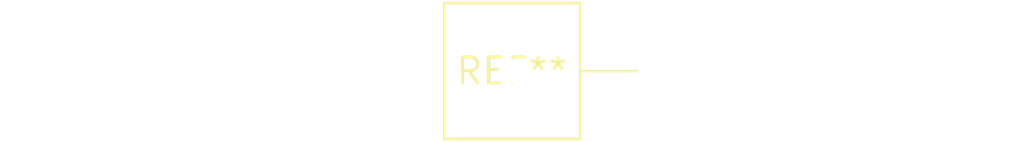
<source format=kicad_pcb>
(kicad_pcb (version 20240108) (generator pcbnew)
  (layers (0 "F.Cu" signal) (31 "B.Cu" signal) (34 "B.Paste" user) (35 "F.Paste" user) (36 "B.SilkS" user "B.Silkscreen") (37 "F.SilkS" user "F.Silkscreen") (38 "B.Mask" user) (39 "F.Mask" user) (44 "Edge.Cuts" user))
  (net 0 "")
  (footprint "R_Axial_Power_L20.0mm_W6.4mm_P7.62mm_Vertical" (layer "F.Cu") (at 0 0)
    (property "Reference" "REF**")
    (property "Value" "R_Axial_Power_L20.0mm_W6.4mm_P7.62mm_Vertical")
    (fp_line (start -3.32 -3.32) (end -3.32 3.32) (layer "F.SilkS") (stroke (width 0.12)))
    (fp_line (start -3.32 3.32) (end 3.32 3.32) (layer "F.SilkS") (stroke (width 0.12)))
    (fp_line (start 3.32 -3.32) (end -3.32 -3.32) (layer "F.SilkS") (stroke (width 0.12)))
    (fp_line (start 3.32 0) (end 6.12 0) (layer "F.SilkS") (stroke (width 0.12)))
    (fp_line (start 3.32 3.32) (end 3.32 -3.32) (layer "F.SilkS") (stroke (width 0.12)))
    (pad "1" thru_hole circle (at 0 0) (size 2.4 2.4) (drill 1.2) (layers *.Cu *.Mask) (remove_unused_layers))
    (pad "2" thru_hole oval (at 7.62 0) (size 2.4 2.4) (drill 1.2) (layers *.Cu *.Mask) (remove_unused_layers))
  )
)
</source>
